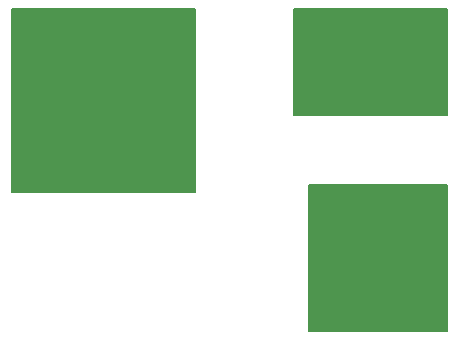
<source format=gbs>
G04 (created by PCBNEW (2013-07-07 BZR 4022)-stable) date 12/4/2019 12:35:47*
%MOIN*%
G04 Gerber Fmt 3.4, Leading zero omitted, Abs format*
%FSLAX34Y34*%
G01*
G70*
G90*
G04 APERTURE LIST*
%ADD10C,0.00590551*%
%ADD11C,0.00787402*%
G04 APERTURE END LIST*
G54D10*
G36*
X14881Y-3799D02*
X9783Y-3799D01*
X9783Y-275D01*
X14881Y-275D01*
X14881Y-3799D01*
X14881Y-3799D01*
G37*
G54D11*
X14881Y-3799D02*
X9783Y-3799D01*
X9783Y-275D01*
X14881Y-275D01*
X14881Y-3799D01*
G54D10*
G36*
X6456Y-6358D02*
X374Y-6358D01*
X374Y-275D01*
X6456Y-275D01*
X6456Y-6358D01*
X6456Y-6358D01*
G37*
G54D11*
X6456Y-6358D02*
X374Y-6358D01*
X374Y-275D01*
X6456Y-275D01*
X6456Y-6358D01*
G54D10*
G36*
X14881Y-10984D02*
X10275Y-10984D01*
X10275Y-6141D01*
X14881Y-6141D01*
X14881Y-10984D01*
X14881Y-10984D01*
G37*
G54D11*
X14881Y-10984D02*
X10275Y-10984D01*
X10275Y-6141D01*
X14881Y-6141D01*
X14881Y-10984D01*
M02*

</source>
